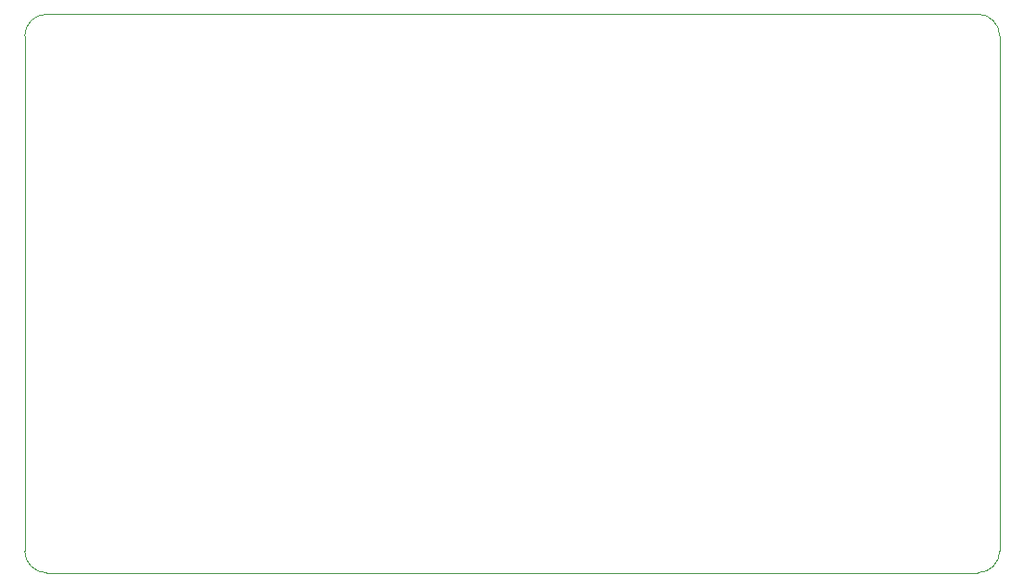
<source format=gbr>
%TF.GenerationSoftware,KiCad,Pcbnew,8.0.6*%
%TF.CreationDate,2025-06-16T01:38:39+09:00*%
%TF.ProjectId,card,63617264-2e6b-4696-9361-645f70636258,rev?*%
%TF.SameCoordinates,Original*%
%TF.FileFunction,Profile,NP*%
%FSLAX46Y46*%
G04 Gerber Fmt 4.6, Leading zero omitted, Abs format (unit mm)*
G04 Created by KiCad (PCBNEW 8.0.6) date 2025-06-16 01:38:39*
%MOMM*%
%LPD*%
G01*
G04 APERTURE LIST*
%TA.AperFunction,Profile*%
%ADD10C,0.050000*%
%TD*%
G04 APERTURE END LIST*
D10*
X50000000Y-99000000D02*
X50000000Y-52000000D01*
X137000000Y-50000000D02*
G75*
G02*
X139000000Y-52000000I0J-2000000D01*
G01*
X137000000Y-101000000D02*
X52000000Y-101000000D01*
X52000000Y-101000000D02*
G75*
G02*
X50000000Y-99000000I0J2000000D01*
G01*
X139000000Y-99000000D02*
G75*
G02*
X137000000Y-101000000I-2000000J0D01*
G01*
X50000000Y-52000000D02*
G75*
G02*
X52000000Y-50000000I2000000J0D01*
G01*
X139000000Y-52000000D02*
X139000000Y-99000000D01*
X52000000Y-50000000D02*
X137000000Y-50000000D01*
M02*

</source>
